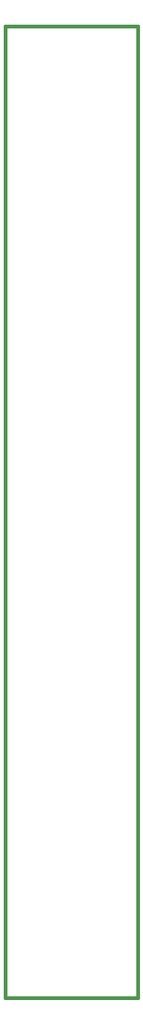
<source format=gko>
%FSLAX33Y33*%
%MOMM*%
%ADD10C,0.381*%
D10*
%LNpath-0*%
G01*
X0Y0D02*
X15100Y0D01*
X15100Y110000*
X0Y110000*
X0Y0*
%LNmechanical details_traces*%
M02*
</source>
